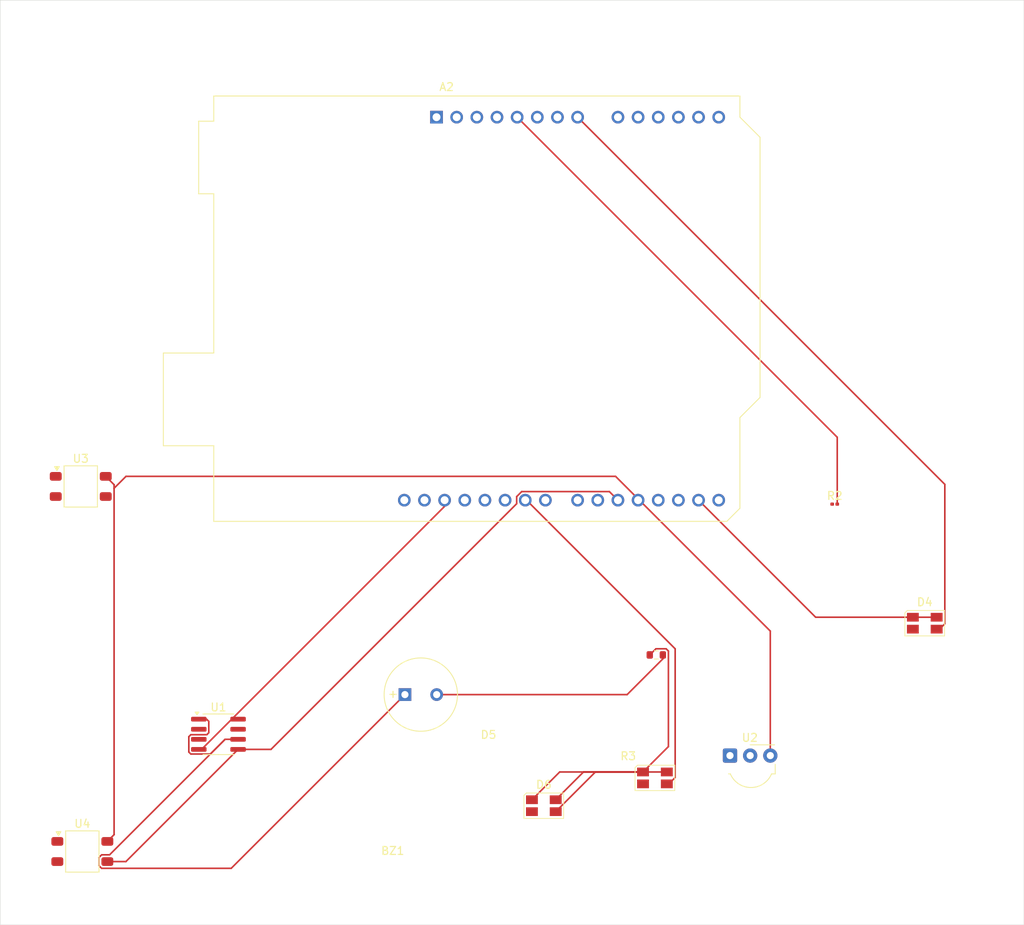
<source format=kicad_pcb>
(kicad_pcb (version 20241229) (generator "pcbnew") (generator_version "9.0")
  (layers (0 "F.Cu" signal) (2 "B.Cu" signal) (13 "F.Paste" user) (15 "B.Paste" user) (5 "F.SilkS" user "F.Silkscreen") (7 "B.SilkS" user "B.Silkscreen") (1 "F.Mask" user) (3 "B.Mask" user) (25 "Edge.Cuts" user))
  (net 0 "")
  (net 2 "Net-(A2-D4)")
  (net 7 "Net-(A2-VIN)")
  (net 14 "Net-(A2-D5)")
  (net 16 "Net-(A2-D13)")
  (net 20 "GND")
  (net 21 "Net-(A2-D9)")
  (net 22 "Net-(A2-D1{slash}TX)")
  (net 26 "Net-(A2-+5V)")
  (net 31 "Net-(BZ1-+)")
  (net 32 "Earth")
  (net 34 "Net-(D5-GK)")
  (net 37 "Net-(R2-Pad1)")
  (footprint "LED_SMD:LED_Avago_PLCC4_3.2x2.8mm_CW" (layer "F.Cu") (at 118.5 152.5)
    (property "Reference" "D6" (at 0 -2.65 0) (layer "F.SilkS"))
    (property "Value" "ASMB-MTB1-0A3A2")
    (fp_line (start -2.5 1.6) (end -2.5 -1.3) (stroke (width 0.1)) (layer "F.SilkS"))
    (fp_line (start -2.5 1.6) (end 2.5 1.6) (stroke (width 0.1)) (layer "F.SilkS"))
    (fp_line (start -2.2 -1.6) (end -2.5 -1.3) (stroke (width 0.1)) (layer "F.SilkS"))
    (fp_line (start -2.2 -1.6) (end 2.5 -1.6) (stroke (width 0.1)) (layer "F.SilkS"))
    (fp_line (start 2.5 1.6) (end 2.5 -1.6) (stroke (width 0.1)) (layer "F.SilkS"))
    (pad "1" smd rect (at -1.5 -0.75) (size 1.5 1.1) (layers "F.Cu" "F.Mask" "F.Paste") (net 34 "Net-(D5-GK)"))
    (pad "2" smd rect (at 1.5 -0.75) (size 1.5 1.1) (layers "F.Cu" "F.Mask" "F.Paste") (net 34 "Net-(D5-GK)"))
    (pad "3" smd rect (at 1.5 0.75) (size 1.5 1.1) (layers "F.Cu" "F.Mask" "F.Paste") (net 34 "Net-(D5-GK)"))
    (pad "4" smd rect (at -1.5 0.75) (size 1.5 1.1) (layers "F.Cu" "F.Mask" "F.Paste"))
  )
  (footprint "OptoDevice:Everlight_IRM-H6xxT" (layer "F.Cu") (at 60.35 158.27)
    (property "Reference" "U4" (at 0 -3.5 0) (layer "F.SilkS"))
    (property "Value" "IRM-H6xxT")
    (fp_line (start -2.1 -2.6) (end 2.1 -2.6) (stroke (width 0.12)) (layer "F.SilkS"))
    (fp_line (start -2.1 2.6) (end -2.1 -2.6) (stroke (width 0.12)) (layer "F.SilkS"))
    (fp_line (start 2.1 -2.6) (end 2.1 2.6) (stroke (width 0.12)) (layer "F.SilkS"))
    (fp_line (start 2.1 2.6) (end -2.1 2.6) (stroke (width 0.12)) (layer "F.SilkS"))
    (fp_poly (pts (xy -3.3 -2.5) (xy -2.7 -2.5) (xy -3 -2)) (stroke (width 0.12)) (fill yes) (layer "F.SilkS"))
    (pad "1" smd roundrect (at -3.15 -1.27) (size 1.5 1.1) (layers "F.Cu" "F.Mask" "F.Paste"))
    (pad "2" smd roundrect (at -3.15 1.27) (size 1.5 1.1) (layers "F.Cu" "F.Mask" "F.Paste"))
    (pad "3" smd roundrect (at 3.15 1.27) (size 1.5 1.1) (layers "F.Cu" "F.Mask" "F.Paste") (net 14 "Net-(A2-D5)"))
    (pad "4" smd roundrect (at 3.15 -1.27) (size 1.5 1.1) (layers "F.Cu" "F.Mask" "F.Paste") (net 2 "Net-(A2-D4)"))
  )
  (footprint "Package_SO:SOIC-8_3.9x4.9mm_P1.27mm" (layer "F.Cu") (at 77.5 143.5)
    (property "Reference" "U1" (at 0 -3.4 0) (layer "F.SilkS"))
    (property "Value" "ESP-PSRAM32")
    (fp_line (start 0 -2.56) (end -1.95 -2.56) (stroke (width 0.12)) (layer "F.SilkS"))
    (fp_line (start 0 -2.56) (end 1.95 -2.56) (stroke (width 0.12)) (layer "F.SilkS"))
    (fp_line (start 0 2.56) (end -1.95 2.56) (stroke (width 0.12)) (layer "F.SilkS"))
    (fp_line (start 0 2.56) (end 1.95 2.56) (stroke (width 0.12)) (layer "F.SilkS"))
    (fp_poly (pts (xy -2.7 -2.465) (xy -2.94 -2.795) (xy -2.46 -2.795) (xy -2.7 -2.465)) (stroke (width 0.12)) (fill yes) (layer "F.SilkS"))
    (pad "1" smd roundrect (at -2.475 -1.905) (size 1.95 0.6) (layers "F.Cu" "F.Mask" "F.Paste") (net 31 "Net-(BZ1-+)"))
    (pad "2" smd roundrect (at -2.475 -0.635) (size 1.95 0.6) (layers "F.Cu" "F.Mask" "F.Paste"))
    (pad "3" smd roundrect (at -2.475 0.635) (size 1.95 0.6) (layers "F.Cu" "F.Mask" "F.Paste"))
    (pad "4" smd roundrect (at -2.475 1.905) (size 1.95 0.6) (layers "F.Cu" "F.Mask" "F.Paste") (net 16 "Net-(A2-D13)"))
    (pad "5" smd roundrect (at 2.475 1.905) (size 1.95 0.6) (layers "F.Cu" "F.Mask" "F.Paste") (net 14 "Net-(A2-D5)"))
    (pad "6" smd roundrect (at 2.475 0.635) (size 1.95 0.6) (layers "F.Cu" "F.Mask" "F.Paste") (net 31 "Net-(BZ1-+)"))
    (pad "7" smd roundrect (at 2.475 -0.635) (size 1.95 0.6) (layers "F.Cu" "F.Mask" "F.Paste"))
    (pad "8" smd roundrect (at 2.475 -1.905) (size 1.95 0.6) (layers "F.Cu" "F.Mask" "F.Paste") (net 16 "Net-(A2-D13)"))
  )
  (footprint "Module:Arduino_UNO_R2" (layer "F.Cu") (at 104.98 65.74)
    (property "Reference" "A2" (at 1.27 -3.81 180) (layer "F.SilkS"))
    (property "Value" "Arduino_UNO_R2")
    (fp_line (start -34.42 29.72) (end -34.42 41.4) (stroke (width 0.12)) (layer "F.SilkS"))
    (fp_line (start -34.42 41.4) (end -28.07 41.4) (stroke (width 0.12)) (layer "F.SilkS"))
    (fp_line (start -29.97 0.51) (end -29.97 9.65) (stroke (width 0.12)) (layer "F.SilkS"))
    (fp_line (start -29.97 9.65) (end -28.07 9.65) (stroke (width 0.12)) (layer "F.SilkS"))
    (fp_line (start -28.07 -2.67) (end -28.07 0.51) (stroke (width 0.12)) (layer "F.SilkS"))
    (fp_line (start -28.07 0.51) (end -29.97 0.51) (stroke (width 0.12)) (layer "F.SilkS"))
    (fp_line (start -28.07 9.65) (end -28.07 29.72) (stroke (width 0.12)) (layer "F.SilkS"))
    (fp_line (start -28.07 29.72) (end -34.42 29.72) (stroke (width 0.12)) (layer "F.SilkS"))
    (fp_line (start -28.07 41.4) (end -28.07 50.93) (stroke (width 0.12)) (layer "F.SilkS"))
    (fp_line (start -28.07 50.93) (end 36.58 50.93) (stroke (width 0.12)) (layer "F.SilkS"))
    (fp_line (start 36.58 50.93) (end 38.23 49.28) (stroke (width 0.12)) (layer "F.SilkS"))
    (fp_line (start 38.23 -2.67) (end -28.07 -2.67) (stroke (width 0.12)) (layer "F.SilkS"))
    (fp_line (start 38.23 0) (end 38.23 -2.67) (stroke (width 0.12)) (layer "F.SilkS"))
    (fp_line (start 38.23 37.85) (end 40.77 35.31) (stroke (width 0.12)) (layer "F.SilkS"))
    (fp_line (start 38.23 49.28) (end 38.23 37.85) (stroke (width 0.12)) (layer "F.SilkS"))
    (fp_line (start 40.77 2.54) (end 38.23 0) (stroke (width 0.12)) (layer "F.SilkS"))
    (fp_line (start 40.77 35.31) (end 40.77 2.54) (stroke (width 0.12)) (layer "F.SilkS"))
    (pad "1" thru_hole rect (at 0 0 90) (size 1.6 1.6) (drill 1) (layers "*.Cu" "*.Mask"))
    (pad "2" thru_hole oval (at 2.54 0 90) (size 1.6 1.6) (drill 1) (layers "*.Cu" "*.Mask"))
    (pad "3" thru_hole oval (at 5.08 0 90) (size 1.6 1.6) (drill 1) (layers "*.Cu" "*.Mask"))
    (pad "4" thru_hole oval (at 7.62 0 90) (size 1.6 1.6) (drill 1) (layers "*.Cu" "*.Mask"))
    (pad "5" thru_hole oval (at 10.16 0 90) (size 1.6 1.6) (drill 1) (layers "*.Cu" "*.Mask") (net 26 "Net-(A2-+5V)"))
    (pad "6" thru_hole oval (at 12.7 0 90) (size 1.6 1.6) (drill 1) (layers "*.Cu" "*.Mask"))
    (pad "7" thru_hole oval (at 15.24 0 90) (size 1.6 1.6) (drill 1) (layers "*.Cu" "*.Mask") (net 20 "GND"))
    (pad "8" thru_hole oval (at 17.78 0 90) (size 1.6 1.6) (drill 1) (layers "*.Cu" "*.Mask") (net 7 "Net-(A2-VIN)"))
    (pad "9" thru_hole oval (at 22.86 0 90) (size 1.6 1.6) (drill 1) (layers "*.Cu" "*.Mask"))
    (pad "10" thru_hole oval (at 25.4 0 90) (size 1.6 1.6) (drill 1) (layers "*.Cu" "*.Mask"))
    (pad "11" thru_hole oval (at 27.94 0 90) (size 1.6 1.6) (drill 1) (layers "*.Cu" "*.Mask"))
    (pad "12" thru_hole oval (at 30.48 0 90) (size 1.6 1.6) (drill 1) (layers "*.Cu" "*.Mask"))
    (pad "13" thru_hole oval (at 33.02 0 90) (size 1.6 1.6) (drill 1) (layers "*.Cu" "*.Mask"))
    (pad "14" thru_hole oval (at 35.56 0 90) (size 1.6 1.6) (drill 1) (layers "*.Cu" "*.Mask"))
    (pad "15" thru_hole oval (at 35.56 48.26 90) (size 1.6 1.6) (drill 1) (layers "*.Cu" "*.Mask"))
    (pad "16" thru_hole oval (at 33.02 48.26 90) (size 1.6 1.6) (drill 1) (layers "*.Cu" "*.Mask") (net 22 "Net-(A2-D1{slash}TX)"))
    (pad "17" thru_hole oval (at 30.48 48.26 90) (size 1.6 1.6) (drill 1) (layers "*.Cu" "*.Mask"))
    (pad "18" thru_hole oval (at 27.94 48.26 90) (size 1.6 1.6) (drill 1) (layers "*.Cu" "*.Mask"))
    (pad "19" thru_hole oval (at 25.4 48.26 90) (size 1.6 1.6) (drill 1) (layers "*.Cu" "*.Mask") (net 2 "Net-(A2-D4)"))
    (pad "20" thru_hole oval (at 22.86 48.26 90) (size 1.6 1.6) (drill 1) (layers "*.Cu" "*.Mask") (net 14 "Net-(A2-D5)"))
    (pad "21" thru_hole oval (at 20.32 48.26 90) (size 1.6 1.6) (drill 1) (layers "*.Cu" "*.Mask"))
    (pad "22" thru_hole oval (at 17.78 48.26 90) (size 1.6 1.6) (drill 1) (layers "*.Cu" "*.Mask"))
    (pad "23" thru_hole oval (at 13.72 48.26 90) (size 1.6 1.6) (drill 1) (layers "*.Cu" "*.Mask"))
    (pad "24" thru_hole oval (at 11.18 48.26 90) (size 1.6 1.6) (drill 1) (layers "*.Cu" "*.Mask") (net 21 "Net-(A2-D9)"))
    (pad "25" thru_hole oval (at 8.64 48.26 90) (size 1.6 1.6) (drill 1) (layers "*.Cu" "*.Mask"))
    (pad "26" thru_hole oval (at 6.1 48.26 90) (size 1.6 1.6) (drill 1) (layers "*.Cu" "*.Mask"))
    (pad "27" thru_hole oval (at 3.56 48.26 90) (size 1.6 1.6) (drill 1) (layers "*.Cu" "*.Mask"))
    (pad "28" thru_hole oval (at 1.02 48.26 90) (size 1.6 1.6) (drill 1) (layers "*.Cu" "*.Mask") (net 16 "Net-(A2-D13)"))
    (pad "29" thru_hole oval (at -1.52 48.26 90) (size 1.6 1.6) (drill 1) (layers "*.Cu" "*.Mask"))
    (pad "30" thru_hole oval (at -4.06 48.26 90) (size 1.6 1.6) (drill 1) (layers "*.Cu" "*.Mask"))
  )
  (footprint "Resistor_SMD:R_0603_1608Metric" (layer "F.Cu") (at 132.675 133.5)
    (property "Reference" "R3" (at -3.54 12.755 0) (layer "F.SilkS"))
    (property "Value" "R_Small_US")
    (fp_line (start -0.237258 -0.5225) (end 0.237258 -0.5225) (stroke (width 0.12)) (layer "F.SilkS"))
    (fp_line (start -0.237258 0.5225) (end 0.237258 0.5225) (stroke (width 0.12)) (layer "F.SilkS"))
    (pad "1" smd roundrect (at -0.825 0) (size 0.8 0.95) (layers "F.Cu" "F.Mask" "F.Paste") (net 34 "Net-(D5-GK)"))
    (pad "2" smd roundrect (at 0.825 0) (size 0.8 0.95) (layers "F.Cu" "F.Mask" "F.Paste") (net 32 "Earth"))
  )
  (footprint "LED_SMD:LED_Avago_PLCC4_3.2x2.8mm_CW" (layer "F.Cu") (at 166.5 129.5)
    (property "Reference" "D4" (at 0 -2.65 0) (layer "F.SilkS"))
    (property "Value" "ASMB-MTB1-0A3A2")
    (fp_line (start -2.5 1.6) (end -2.5 -1.3) (stroke (width 0.1)) (layer "F.SilkS"))
    (fp_line (start -2.5 1.6) (end 2.5 1.6) (stroke (width 0.1)) (layer "F.SilkS"))
    (fp_line (start -2.2 -1.6) (end -2.5 -1.3) (stroke (width 0.1)) (layer "F.SilkS"))
    (fp_line (start -2.2 -1.6) (end 2.5 -1.6) (stroke (width 0.1)) (layer "F.SilkS"))
    (fp_line (start 2.5 1.6) (end 2.5 -1.6) (stroke (width 0.1)) (layer "F.SilkS"))
    (pad "1" smd rect (at -1.5 -0.75) (size 1.5 1.1) (layers "F.Cu" "F.Mask" "F.Paste") (net 22 "Net-(A2-D1{slash}TX)"))
    (pad "2" smd rect (at 1.5 -0.75) (size 1.5 1.1) (layers "F.Cu" "F.Mask" "F.Paste") (net 22 "Net-(A2-D1{slash}TX)"))
    (pad "3" smd rect (at 1.5 0.75) (size 1.5 1.1) (layers "F.Cu" "F.Mask" "F.Paste") (net 7 "Net-(A2-VIN)"))
    (pad "4" smd rect (at -1.5 0.75) (size 1.5 1.1) (layers "F.Cu" "F.Mask" "F.Paste"))
  )
  (footprint "LED_SMD:LED_Avago_PLCC4_3.2x2.8mm_CW" (layer "F.Cu") (at 132.5 149)
    (property "Reference" "D5" (at -20.97 -5.435 0) (layer "F.SilkS"))
    (property "Value" "ASMB-MTB1-0A3A2")
    (fp_line (start -2.5 1.6) (end -2.5 -1.3) (stroke (width 0.1)) (layer "F.SilkS"))
    (fp_line (start -2.5 1.6) (end 2.5 1.6) (stroke (width 0.1)) (layer "F.SilkS"))
    (fp_line (start -2.2 -1.6) (end -2.5 -1.3) (stroke (width 0.1)) (layer "F.SilkS"))
    (fp_line (start -2.2 -1.6) (end 2.5 -1.6) (stroke (width 0.1)) (layer "F.SilkS"))
    (fp_line (start 2.5 1.6) (end 2.5 -1.6) (stroke (width 0.1)) (layer "F.SilkS"))
    (pad "1" smd rect (at -1.5 -0.75) (size 1.5 1.1) (layers "F.Cu" "F.Mask" "F.Paste") (net 34 "Net-(D5-GK)"))
    (pad "2" smd rect (at 1.5 -0.75) (size 1.5 1.1) (layers "F.Cu" "F.Mask" "F.Paste") (net 34 "Net-(D5-GK)"))
    (pad "3" smd rect (at 1.5 0.75) (size 1.5 1.1) (layers "F.Cu" "F.Mask" "F.Paste") (net 21 "Net-(A2-D9)"))
    (pad "4" smd rect (at -1.5 0.75) (size 1.5 1.1) (layers "F.Cu" "F.Mask" "F.Paste"))
  )
  (footprint "Resistor_SMD:R_0201_0603Metric" (layer "F.Cu") (at 155.155 114.5)
    (property "Reference" "R2" (at 0 -1.05 0) (layer "F.SilkS"))
    (property "Value" "R")
    (pad "1" smd roundrect (at -0.32 0) (size 0.46 0.4) (layers "F.Cu" "F.Mask") (net 37 "Net-(R2-Pad1)"))
    (pad "2" smd roundrect (at 0.32 0) (size 0.46 0.4) (layers "F.Cu" "F.Mask") (net 26 "Net-(A2-+5V)"))
  )
  (footprint "Buzzer_Beeper:MagneticBuzzer_PUI_AT-0927-TT-6-R" (layer "F.Cu") (at 101 138.5)
    (property "Reference" "BZ1" (at -1.54 19.685 0) (layer "F.SilkS"))
    (property "Value" "Buzzer")
    (fp_circle (center 2 0) (end 6.62 0) (stroke (width 0.12)) (fill no) (layer "F.SilkS"))
    (fp_text user "+" (at -1.5 -0.1 0) (layer "F.SilkS"))
    (pad "1" thru_hole rect (at 0 0) (size 1.6 1.6) (drill 0.9) (layers "*.Cu" "*.Mask") (net 31 "Net-(BZ1-+)"))
    (pad "2" thru_hole circle (at 4 0) (size 1.6 1.6) (drill 0.9) (layers "*.Cu" "*.Mask") (net 32 "Earth"))
  )
  (footprint "OptoDevice:Vishay_MOLD-3Pin" (layer "F.Cu") (at 141.96 146.185)
    (property "Reference" "U2" (at 2.5 -2.25 180) (layer "F.SilkS"))
    (property "Value" "TSDP341xx")
    (fp_line (start 0.04 2.3) (end -0.18 2.3) (stroke (width 0.12)) (layer "F.SilkS"))
    (fp_line (start 5.62 -1.36) (end 2.54 -1.36) (stroke (width 0.12)) (layer "F.SilkS"))
    (fp_line (start 5.7 2.3) (end 5.24 2.3) (stroke (width 0.12)) (layer "F.SilkS"))
    (fp_line (start 5.7 2.3) (end 5.7 1.1) (stroke (width 0.12)) (layer "F.SilkS"))
    (fp_arc (start 5.24 2.3) (mid 2.64 4.023119) (end 0.04 2.3) (stroke (width 0.12)) (layer "F.SilkS"))
    (pad "1" thru_hole roundrect (at 0 0) (size 1.8 1.8) (drill 0.9) (layers "*.Cu" "*.Mask") (roundrect_rratio 0.138))
    (pad "2" thru_hole circle (at 2.54 0) (size 1.8 1.8) (drill 0.9) (layers "*.Cu" "*.Mask"))
    (pad "3" thru_hole circle (at 5.08 0) (size 1.8 1.8) (drill 0.9) (layers "*.Cu" "*.Mask") (net 2 "Net-(A2-D4)"))
  )
  (footprint "OptoDevice:Everlight_IRM-H6xxT" (layer "F.Cu") (at 60.15 112.27)
    (property "Reference" "U3" (at 0 -3.5 0) (layer "F.SilkS"))
    (property "Value" "IRM-H6xxT")
    (fp_line (start -2.1 -2.6) (end 2.1 -2.6) (stroke (width 0.12)) (layer "F.SilkS"))
    (fp_line (start -2.1 2.6) (end -2.1 -2.6) (stroke (width 0.12)) (layer "F.SilkS"))
    (fp_line (start 2.1 -2.6) (end 2.1 2.6) (stroke (width 0.12)) (layer "F.SilkS"))
    (fp_line (start 2.1 2.6) (end -2.1 2.6) (stroke (width 0.12)) (layer "F.SilkS"))
    (fp_poly (pts (xy -3.3 -2.5) (xy -2.7 -2.5) (xy -3 -2)) (stroke (width 0.12)) (fill yes) (layer "F.SilkS"))
    (pad "1" smd roundrect (at -3.15 -1.27) (size 1.5 1.1) (layers "F.Cu" "F.Mask" "F.Paste"))
    (pad "2" smd roundrect (at -3.15 1.27) (size 1.5 1.1) (layers "F.Cu" "F.Mask" "F.Paste"))
    (pad "3" smd roundrect (at 3.15 1.27) (size 1.5 1.1) (layers "F.Cu" "F.Mask" "F.Paste"))
    (pad "4" smd roundrect (at 3.15 -1.27) (size 1.5 1.1) (layers "F.Cu" "F.Mask" "F.Paste") (net 2 "Net-(A2-D4)"))
  )
  (gr_rect (start 50 51) (end 179 167.5) (stroke (width 0.05)) (fill no) (layer "Edge.Cuts"))
  (segment (start 64.351 112.5) (end 65.851 111) (width 0.2) (layer "F.Cu") (net 2))
  (segment (start 147.04 130.5) (end 147.04 146.185) (width 0.2) (layer "F.Cu") (net 2))
  (segment (start 64.351 156.149) (end 63.5 157) (width 0.2) (layer "F.Cu") (net 2))
  (segment (start 127.54 111) (end 130.54 114) (width 0.2) (layer "F.Cu") (net 2))
  (segment (start 63.3 111) (end 64.351 112.051) (width 0.2) (layer "F.Cu") (net 2))
  (segment (start 130.54 114) (end 147.04 130.5) (width 0.2) (layer "F.Cu") (net 2))
  (segment (start 64.351 112.5) (end 64.351 156.149) (width 0.2) (layer "F.Cu") (net 2))
  (segment (start 64.351 112.051) (end 64.351 112.5) (width 0.2) (layer "F.Cu") (net 2))
  (segment (start 65.851 111) (end 127.54 111) (width 0.2) (layer "F.Cu") (net 2))
  (segment (start 169.031 112.011) (end 122.76 65.74) (width 0.2) (layer "F.Cu") (net 7))
  (segment (start 168.362 130.25) (end 169.031 129.581) (width 0.2) (layer "F.Cu") (net 7))
  (segment (start 169.031 129.581) (end 169.031 112.011) (width 0.2) (layer "F.Cu") (net 7))
  (segment (start 168 130.25) (end 168.362 130.25) (width 0.2) (layer "F.Cu") (net 7))
  (segment (start 65.84 159.54) (end 79.975 145.405) (width 0.2) (layer "F.Cu") (net 14))
  (segment (start 63.5 159.54) (end 65.84 159.54) (width 0.2) (layer "F.Cu") (net 14))
  (segment (start 79.975 145.405) (end 79.595 145.405) (width 0.2) (layer "F.Cu") (net 14))
  (segment (start 115.079 114.447765) (end 115.079 113.552235) (width 0.2) (layer "F.Cu") (net 14))
  (segment (start 126.759 112.919) (end 127.84 114) (width 0.2) (layer "F.Cu") (net 14))
  (segment (start 79.975 145.405) (end 84.121765 145.405) (width 0.2) (layer "F.Cu") (net 14))
  (segment (start 115.079 113.552235) (end 115.712235 112.919) (width 0.2) (layer "F.Cu") (net 14))
  (segment (start 115.712235 112.919) (end 126.759 112.919) (width 0.2) (layer "F.Cu") (net 14))
  (segment (start 84.121765 145.405) (end 115.079 114.447765) (width 0.2) (layer "F.Cu") (net 14))
  (segment (start 106.16 114) (end 106.16 114.616968) (width 0.2) (layer "F.Cu") (net 16))
  (segment (start 75.371968 145.405) (end 75.025 145.405) (width 0.2) (layer "F.Cu") (net 16))
  (segment (start 106.16 114.616968) (end 75.371968 145.405) (width 0.2) (layer "F.Cu") (net 16))
  (segment (start 135.051 132.731) (end 135.051 148.949) (width 0.2) (layer "F.Cu") (net 21))
  (segment (start 134.25 149.75) (end 134 149.75) (width 0.2) (layer "F.Cu") (net 21))
  (segment (start 135.051 148.949) (end 134.25 149.75) (width 0.2) (layer "F.Cu") (net 21))
  (segment (start 116.32 114) (end 135.051 132.731) (width 0.2) (layer "F.Cu") (net 21))
  (segment (start 152.75 128.75) (end 138 114) (width 0.2) (layer "F.Cu") (net 22))
  (segment (start 168 128.75) (end 152.75 128.75) (width 0.2) (layer "F.Cu") (net 22))
  (segment (start 155.475 106.075) (end 155.475 114.5) (width 0.2) (layer "F.Cu") (net 26))
  (segment (start 115.14 65.74) (end 155.475 106.075) (width 0.2) (layer "F.Cu") (net 26))
  (segment (start 76.4869 145.986) (end 78.3379 144.135) (width 0.2) (layer "F.Cu") (net 31))
  (segment (start 74.017318 145.986) (end 76.4869 145.986) (width 0.2) (layer "F.Cu") (net 31))
  (segment (start 74.017318 143.554) (end 73.769 143.802318) (width 0.2) (layer "F.Cu") (net 31))
  (segment (start 78.3379 144.135) (end 63.7839 158.689) (width 0.2) (layer "F.Cu") (net 31))
  (segment (start 76.032682 143.554) (end 74.017318 143.554) (width 0.2) (layer "F.Cu") (net 31))
  (segment (start 73.769 143.802318) (end 73.769 145.737682) (width 0.2) (layer "F.Cu") (net 31))
  (segment (start 63.7839 158.689) (end 62.778794 158.689) (width 0.2) (layer "F.Cu") (net 31))
  (segment (start 62.449 160.061206) (end 62.778794 160.391) (width 0.2) (layer "F.Cu") (net 31))
  (segment (start 78.3379 144.135) (end 79.975 144.135) (width 0.2) (layer "F.Cu") (net 31))
  (segment (start 79.109 160.391) (end 101 138.5) (width 0.2) (layer "F.Cu") (net 31))
  (segment (start 62.778794 158.689) (end 62.449 159.018794) (width 0.2) (layer "F.Cu") (net 31))
  (segment (start 62.449 159.018794) (end 62.449 160.061206) (width 0.2) (layer "F.Cu") (net 31))
  (segment (start 62.778794 160.391) (end 79.109 160.391) (width 0.2) (layer "F.Cu") (net 31))
  (segment (start 75.025 141.595) (end 75.999999 141.595) (width 0.2) (layer "F.Cu") (net 31))
  (segment (start 76.281 141.876001) (end 76.281 143.305682) (width 0.2) (layer "F.Cu") (net 31))
  (segment (start 73.769 145.737682) (end 74.017318 145.986) (width 0.2) (layer "F.Cu") (net 31))
  (segment (start 75.999999 141.595) (end 76.281 141.876001) (width 0.2) (layer "F.Cu") (net 31))
  (segment (start 76.281 143.305682) (end 76.032682 143.554) (width 0.2) (layer "F.Cu") (net 31))
  (segment (start 133.5 134) (end 129 138.5) (width 0.2) (layer "F.Cu") (net 32))
  (segment (start 129 138.5) (end 105 138.5) (width 0.2) (layer "F.Cu") (net 32))
  (segment (start 133.5 133.5) (end 133.5 134) (width 0.2) (layer "F.Cu") (net 32))
  (segment (start 131.85 133.5) (end 132.626 132.724) (width 0.2) (layer "F.Cu") (net 34))
  (segment (start 125 148.25) (end 131 148.25) (width 0.2) (layer "F.Cu") (net 34))
  (segment (start 117 151.75) (end 120.5 148.25) (width 0.2) (layer "F.Cu") (net 34))
  (segment (start 134.201 133.011936) (end 134.201 145.049) (width 0.2) (layer "F.Cu") (net 34))
  (segment (start 134.201 145.049) (end 131 148.25) (width 0.2) (layer "F.Cu") (net 34))
  (segment (start 123.5 148.25) (end 131 148.25) (width 0.2) (layer "F.Cu") (net 34))
  (segment (start 120 153.25) (end 125 148.25) (width 0.2) (layer "F.Cu") (net 34))
  (segment (start 120.5 148.25) (end 131 148.25) (width 0.2) (layer "F.Cu") (net 34))
  (segment (start 123.5 148.25) (end 134 148.25) (width 0.2) (layer "F.Cu") (net 34))
  (segment (start 133.913064 132.724) (end 134.201 133.011936) (width 0.2) (layer "F.Cu") (net 34))
  (segment (start 120 151.75) (end 123.5 148.25) (width 0.2) (layer "F.Cu") (net 34))
  (segment (start 132.626 132.724) (end 133.913064 132.724) (width 0.2) (layer "F.Cu") (net 34))
)
</source>
